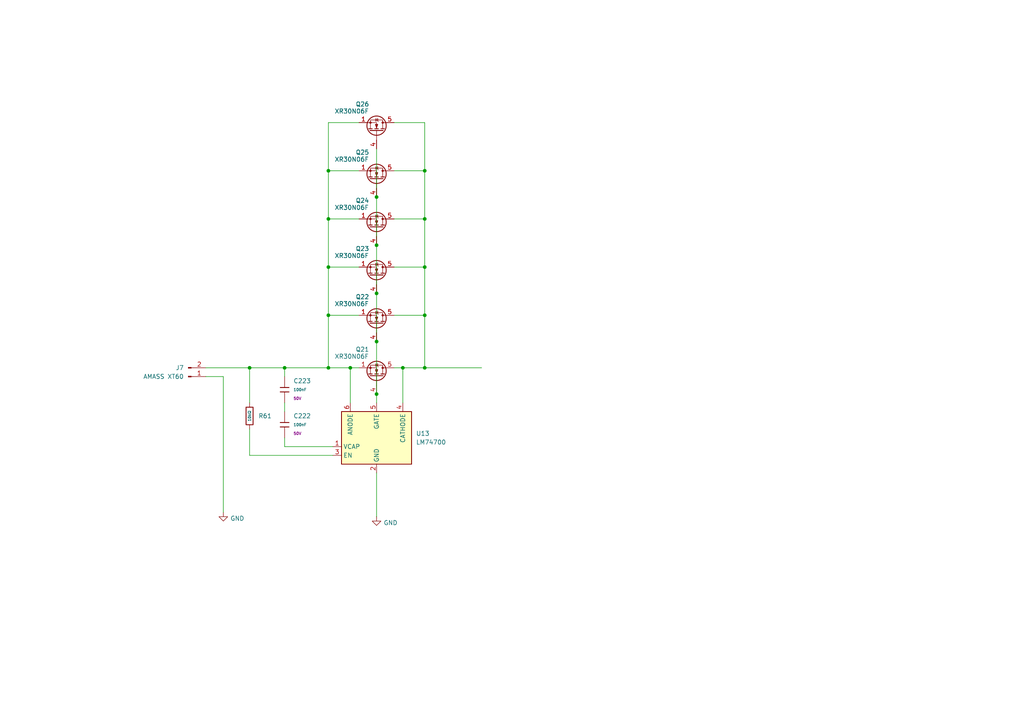
<source format=kicad_sch>
(kicad_sch (version 20250114) (generator "eeschema") (generator_version "9.0")
  (paper "A4")
  (lib_symbols
    (symbol "Connector:Conn_01x02_Pin" (pin_names (offset 1.016) (hide yes))
      (property "Reference" "J" (at 0 2.54 0))
      (property "Value" "Conn_01x02_Pin" (at 0 -5.08 0))
      (symbol "Conn_01x02_Pin_1_1"
        (rectangle (start 0.8636 0.127) (end 0 -0.127) (stroke (width 0.1524)) (fill (type outline)))
        (rectangle (start 0.8636 -2.413) (end 0 -2.667) (stroke (width 0.1524)) (fill (type outline)))
        (polyline (pts (xy 1.27 0) (xy 0.8636 0)) (stroke (width 0.1524)))
        (polyline (pts (xy 1.27 -2.54) (xy 0.8636 -2.54)) (stroke (width 0.1524)))
        (pin passive line (at 5.08 0 180) (length 3.81) (name "Pin_1") (number "1"))
        (pin passive line (at 5.08 -2.54 180) (length 3.81) (name "Pin_2") (number "2"))
      )
    )
    (symbol "PCM_JLCPCB-Capacitors:0402,100nF,(2)" (pin_numbers (hide yes)) (pin_names (offset 0))
      (property "Reference" "C" (at 2.032 1.668 0))
      (property "Value" "100nF" (at 2.032 -0.3782 0))
      (property "Voltage Rated" "50V" (at 2.032 -2.0462 0))
      (symbol "0402,100nF,(2)_0_1"
        (polyline (pts (xy -1.27 0.635) (xy 1.27 0.635)) (stroke (width 0.254)))
        (polyline (pts (xy -1.27 -0.635) (xy 1.27 -0.635)) (stroke (width 0.254)))
      )
      (symbol "0402,100nF,(2)_1_1"
        (pin passive line (at 0 3.81 270) (length 3.175) (name "~") (number "1"))
        (pin passive line (at 0 -3.81 90) (length 3.175) (name "~") (number "2"))
      )
    )
    (symbol "PCM_JLCPCB-Resistors:0402,10kΩ" (pin_numbers (hide yes)) (pin_names (offset 0))
      (property "Reference" "R" (at 1.778 0 0))
      (property "Value" "10kΩ" (at 0 0 90))
      (symbol "0402,10kΩ_0_1"
        (rectangle (start -1.016 2.54) (end 1.016 -2.54) (stroke (width 0.254)))
      )
      (symbol "0402,10kΩ_1_1"
        (pin passive line (at 0 3.81 270) (length 1.27) (name "~") (number "1"))
        (pin passive line (at 0 -3.81 90) (length 1.27) (name "~") (number "2"))
      )
    )
    (symbol "Power_Management:LM74700"
      (property "Reference" "U" (at -9.525 -8.89 0))
      (property "Value" "LM74700" (at 7.62 -8.89 0))
      (symbol "LM74700_0_1"
        (rectangle (start -10.16 7.62) (end 10.16 -7.62) (stroke (width 0.254)) (fill (type background)))
      )
      (symbol "LM74700_1_1"
        (pin passive line (at -12.7 -2.54 0) (length 2.54) (name "VCAP") (number "1"))
        (pin input line (at -12.7 -5.08 0) (length 2.54) (name "EN") (number "3"))
        (pin power_in line (at -7.62 10.16 270) (length 2.54) (name "ANODE") (number "6"))
        (pin output line (at 0 10.16 270) (length 2.54) (name "GATE") (number "5"))
        (pin power_in line (at 0 -10.16 90) (length 2.54) (name "GND") (number "2"))
        (pin input line (at 7.62 10.16 270) (length 2.54) (name "CATHODE") (number "4"))
      )
    )
    (symbol "Transistor_FET:FDMS86150ET100" (pin_names (hide yes))
      (property "Reference" "Q" (at 5.08 1.905 0))
      (property "Value" "FDMS86150ET100" (at 5.08 0 0))
      (symbol "FDMS86150ET100_0_1"
        (polyline (pts (xy 0.254 1.905) (xy 0.254 -1.905)) (stroke (width 0.254)))
        (polyline (pts (xy 0.254 0) (xy -2.54 0)))
        (polyline (pts (xy 0.762 2.286) (xy 0.762 1.27)) (stroke (width 0.254)))
        (polyline (pts (xy 0.762 0.508) (xy 0.762 -0.508)) (stroke (width 0.254)))
        (polyline (pts (xy 0.762 -1.27) (xy 0.762 -2.286)) (stroke (width 0.254)))
        (polyline (pts (xy 0.762 -1.778) (xy 3.302 -1.778) (xy 3.302 1.778) (xy 0.762 1.778)))
        (polyline (pts (xy 1.016 0) (xy 2.032 0.381) (xy 2.032 -0.381) (xy 1.016 0)) (fill (type outline)))
        (circle (center 1.651 0) (radius 2.794) (stroke (width 0.254)))
        (polyline (pts (xy 2.54 2.54) (xy 2.54 1.778)))
        (circle (center 2.54 1.778) (radius 0.254) (fill (type outline)))
        (circle (center 2.54 -1.778) (radius 0.254) (fill (type outline)))
        (polyline (pts (xy 2.54 -2.54) (xy 2.54 0) (xy 0.762 0)))
        (polyline (pts (xy 2.794 0.508) (xy 2.921 0.381) (xy 3.683 0.381) (xy 3.81 0.254)))
        (polyline (pts (xy 3.302 0.381) (xy 2.921 -0.254) (xy 3.683 -0.254) (xy 3.302 0.381)))
      )
      (symbol "FDMS86150ET100_1_1"
        (pin passive line (at -5.08 0 0) (length 2.54) (name "G") (number "4"))
        (pin passive line (at 2.54 5.08 270) (length 2.54) (name "D") (number "5"))
        (pin passive line (at 2.54 -5.08 90) (length 2.54) (name "S") (number "1"))
        (pin passive line (at 2.54 -5.08 90) (length 2.54) (hide yes) (name "S") (number "2"))
        (pin passive line (at 2.54 -5.08 90) (length 2.54) (hide yes) (name "S") (number "3"))
      )
    )
    (symbol "power:GND" (power) (pin_numbers (hide yes)) (pin_names (offset 0) (hide yes))
      (property "Value" "GND" (at 0 -3.81 0))
      (symbol "GND_0_1"
        (polyline (pts (xy 0 0) (xy 0 -1.27) (xy 1.27 -1.27) (xy 0 -2.54) (xy -1.27 -1.27) (xy 0 -1.27)))
      )
      (symbol "GND_1_1"
        (pin power_in line (at 0 0 270) (length 0) (name "~") (number "1"))
      )
    )
  )
  (junction (at 95.25 77.47))
  (junction (at 123.19 91.44))
  (junction (at 95.25 49.53))
  (junction (at 101.6 106.68))
  (junction (at 95.25 106.68))
  (junction (at 123.19 106.68))
  (junction (at 109.22 57.15))
  (junction (at 109.22 114.3))
  (junction (at 109.22 99.06))
  (junction (at 95.25 91.44))
  (junction (at 72.39 106.68))
  (junction (at 109.22 85.09))
  (junction (at 116.84 106.68))
  (junction (at 123.19 49.53))
  (junction (at 123.19 63.5))
  (junction (at 123.19 77.47))
  (junction (at 82.55 106.68))
  (junction (at 95.25 63.5))
  (junction (at 109.22 71.12))
  (wire (pts (xy 95.25 91.44) (xy 95.25 106.68)))
  (wire (pts (xy 95.25 35.56) (xy 95.25 49.53)))
  (wire (pts (xy 114.3 49.53) (xy 123.19 49.53)))
  (wire (pts (xy 104.14 35.56) (xy 95.25 35.56)))
  (wire (pts (xy 109.22 114.3) (xy 109.22 116.84)))
  (wire (pts (xy 95.25 77.47) (xy 95.25 91.44)))
  (wire (pts (xy 123.19 77.47) (xy 123.19 91.44)))
  (wire (pts (xy 82.55 106.68) (xy 95.25 106.68)))
  (wire (pts (xy 123.19 91.44) (xy 123.19 106.68)))
  (wire (pts (xy 82.55 116.84) (xy 82.55 119.38)))
  (wire (pts (xy 101.6 106.68) (xy 104.14 106.68)))
  (wire (pts (xy 123.19 49.53) (xy 123.19 63.5)))
  (wire (pts (xy 72.39 106.68) (xy 82.55 106.68)))
  (wire (pts (xy 109.22 137.16) (xy 109.22 149.86)))
  (wire (pts (xy 109.22 43.18) (xy 109.22 57.15)))
  (wire (pts (xy 123.19 91.44) (xy 114.3 91.44)))
  (wire (pts (xy 116.84 106.68) (xy 123.19 106.68)))
  (wire (pts (xy 72.39 106.68) (xy 72.39 116.84)))
  (wire (pts (xy 95.25 63.5) (xy 104.14 63.5)))
  (wire (pts (xy 116.84 116.84) (xy 116.84 106.68)))
  (wire (pts (xy 64.77 109.22) (xy 64.77 148.59)))
  (wire (pts (xy 114.3 63.5) (xy 123.19 63.5)))
  (wire (pts (xy 82.55 127) (xy 82.55 129.54)))
  (wire (pts (xy 123.19 35.56) (xy 123.19 49.53)))
  (wire (pts (xy 59.69 109.22) (xy 64.77 109.22)))
  (wire (pts (xy 72.39 124.46) (xy 72.39 132.08)))
  (wire (pts (xy 95.25 106.68) (xy 101.6 106.68)))
  (wire (pts (xy 116.84 106.68) (xy 114.3 106.68)))
  (wire (pts (xy 96.52 129.54) (xy 82.55 129.54)))
  (wire (pts (xy 95.25 77.47) (xy 104.14 77.47)))
  (wire (pts (xy 114.3 35.56) (xy 123.19 35.56)))
  (wire (pts (xy 95.25 49.53) (xy 104.14 49.53)))
  (wire (pts (xy 95.25 63.5) (xy 95.25 77.47)))
  (wire (pts (xy 114.3 77.47) (xy 123.19 77.47)))
  (wire (pts (xy 109.22 71.12) (xy 109.22 85.09)))
  (wire (pts (xy 82.55 106.68) (xy 82.55 109.22)))
  (wire (pts (xy 109.22 85.09) (xy 109.22 99.06)))
  (wire (pts (xy 109.22 99.06) (xy 109.22 114.3)))
  (wire (pts (xy 123.19 63.5) (xy 123.19 77.47)))
  (wire (pts (xy 72.39 132.08) (xy 96.52 132.08)))
  (wire (pts (xy 109.22 57.15) (xy 109.22 71.12)))
  (wire (pts (xy 101.6 106.68) (xy 101.6 116.84)))
  (wire (pts (xy 95.25 91.44) (xy 104.14 91.44)))
  (wire (pts (xy 95.25 49.53) (xy 95.25 63.5)))
  (wire (pts (xy 59.69 106.68) (xy 72.39 106.68)))
  (wire (pts (xy 123.19 106.68) (xy 139.7 106.68)))
  (symbol (lib_id "PCM_JLCPCB-Capacitors:0402,100nF,(2)") (at 82.55 113.03 0) (unit 1)
    (property "Reference" "C223" (at 85.09 110.4899 0) (effects (justify left)))
    (property "Value" "100nF" (at 85.09 113.03 0) (effects (font (size 0.8 0.8)) (justify left)))
    (property "Footprint" "PCM_JLCPCB:C_0402" (effects (hide yes)))
    (property "Datasheet" "https://www.lcsc.com/datasheet/lcsc_datasheet_2304140030_Samsung-Electro-Mechanics-CL05B104KB54PNC_C307331.pdf" (effects (hide yes)))
    (property "Description" "50V 100nF X7R ±10% 0402 Multilayer Ceramic Capacitors MLCC - SMD/SMT ROHS" (effects (hide yes)))
    (property "LCSC" "C307331" (effects (hide yes)))
    (property "Stock" "5475927" (effects (hide yes)))
    (property "Price" "0.008USD" (effects (hide yes)))
    (property "Process" "SMT" (effects (hide yes)))
    (property "Minimum Qty" "20" (effects (hide yes)))
    (property "Attrition Qty" "10" (effects (hide yes)))
    (property "Class" "Basic Component" (effects (hide yes)))
    (property "Category" "Capacitors,Multilayer Ceramic Capacitors MLCC - SMD/SMT" (effects (hide yes)))
    (property "Manufacturer" "Samsung Electro-Mechanics" (effects (hide yes)))
    (property "Part" "CL05B104KB54PNC" (effects (hide yes)))
    (property "Voltage Rated" "50V" (at 85.09 115.57 0) (effects (font (size 0.8 0.8)) (justify left)))
    (property "Tolerance" "±10%" (effects (hide yes)))
    (property "Capacitance" "100nF" (effects (hide yes)))
    (property "Temperature Coefficient" "X7R" (effects (hide yes)))
  )
  (symbol (lib_id "Transistor_FET:FDMS86150ET100") (at 109.22 109.22 270) (mirror x) (unit 1)
    (property "Reference" "Q21" (at 103.124 101.346 90) (effects (justify left)))
    (property "Value" "XR30N06F" (at 97.028 103.378 90) (effects (justify left)))
    (property "Footprint" "Package_TO_SOT_SMD:TDSON-8-1" (effects (hide yes)))
    (property "Datasheet" "https://www.mouser.fr/datasheet/2/308/FDMS86150ET100-D-1807744.pdf" (effects (hide yes)))
    (property "Description" "16A Id, 100V Vds, N-Channel PowerTrench MOSFET, 4.85mOhm Ron, 62nC Qgmax, -55 to 175 °C, 5x6mm SON8" (effects (hide yes)))
  )
  (symbol (lib_id "power:GND") (at 64.77 148.59 0) (unit 1)
    (property "Reference" "#PWR0140" (effects (hide yes)))
    (property "Value" "GND" (at 68.834 150.368 0))
    (property "Description" "Power symbol creates a global label with name \"GND\" , ground" (effects (hide yes)))
  )
  (symbol (lib_id "Connector:Conn_01x02_Pin") (at 54.61 109.22 0) (mirror x) (unit 1)
    (property "Reference" "J7" (at 53.34 106.6799 0) (effects (justify right)))
    (property "Value" "AMASS XT60" (at 53.34 109.2199 0) (effects (justify right)))
    (property "Footprint" "Connector_AMASS:AMASS_XT60PW-M_1x02_P7.20mm_Horizontal" (effects (hide yes)))
    (property "Description" "Generic connector, single row, 01x02, script generated" (effects (hide yes)))
  )
  (symbol (lib_id "Transistor_FET:FDMS86150ET100") (at 109.22 66.04 270) (mirror x) (unit 1)
    (property "Reference" "Q24" (at 103.124 58.166 90) (effects (justify left)))
    (property "Value" "XR30N06F" (at 97.028 60.198 90) (effects (justify left)))
    (property "Footprint" "Package_TO_SOT_SMD:TDSON-8-1" (effects (hide yes)))
    (property "Datasheet" "https://www.mouser.fr/datasheet/2/308/FDMS86150ET100-D-1807744.pdf" (effects (hide yes)))
    (property "Description" "16A Id, 100V Vds, N-Channel PowerTrench MOSFET, 4.85mOhm Ron, 62nC Qgmax, -55 to 175 °C, 5x6mm SON8" (effects (hide yes)))
  )
  (symbol (lib_id "Transistor_FET:FDMS86150ET100") (at 109.22 38.1 270) (mirror x) (unit 1)
    (property "Reference" "Q26" (at 103.124 30.226 90) (effects (justify left)))
    (property "Value" "XR30N06F" (at 97.028 32.258 90) (effects (justify left)))
    (property "Footprint" "Package_TO_SOT_SMD:TDSON-8-1" (effects (hide yes)))
    (property "Datasheet" "https://www.mouser.fr/datasheet/2/308/FDMS86150ET100-D-1807744.pdf" (effects (hide yes)))
    (property "Description" "16A Id, 100V Vds, N-Channel PowerTrench MOSFET, 4.85mOhm Ron, 62nC Qgmax, -55 to 175 °C, 5x6mm SON8" (effects (hide yes)))
  )
  (symbol (lib_id "power:GND") (at 109.22 149.86 0) (unit 1)
    (property "Reference" "#PWR0139" (effects (hide yes)))
    (property "Value" "GND" (at 113.284 151.638 0))
    (property "Description" "Power symbol creates a global label with name \"GND\" , ground" (effects (hide yes)))
  )
  (symbol (lib_id "PCM_JLCPCB-Capacitors:0402,100nF,(2)") (at 82.55 123.19 0) (unit 1)
    (property "Reference" "C222" (at 85.09 120.6499 0) (effects (justify left)))
    (property "Value" "100nF" (at 85.09 123.19 0) (effects (font (size 0.8 0.8)) (justify left)))
    (property "Footprint" "PCM_JLCPCB:C_0402" (effects (hide yes)))
    (property "Datasheet" "https://www.lcsc.com/datasheet/lcsc_datasheet_2304140030_Samsung-Electro-Mechanics-CL05B104KB54PNC_C307331.pdf" (effects (hide yes)))
    (property "Description" "50V 100nF X7R ±10% 0402 Multilayer Ceramic Capacitors MLCC - SMD/SMT ROHS" (effects (hide yes)))
    (property "LCSC" "C307331" (effects (hide yes)))
    (property "Stock" "5475927" (effects (hide yes)))
    (property "Price" "0.008USD" (effects (hide yes)))
    (property "Process" "SMT" (effects (hide yes)))
    (property "Minimum Qty" "20" (effects (hide yes)))
    (property "Attrition Qty" "10" (effects (hide yes)))
    (property "Class" "Basic Component" (effects (hide yes)))
    (property "Category" "Capacitors,Multilayer Ceramic Capacitors MLCC - SMD/SMT" (effects (hide yes)))
    (property "Manufacturer" "Samsung Electro-Mechanics" (effects (hide yes)))
    (property "Part" "CL05B104KB54PNC" (effects (hide yes)))
    (property "Voltage Rated" "50V" (at 85.09 125.73 0) (effects (font (size 0.8 0.8)) (justify left)))
    (property "Tolerance" "±10%" (effects (hide yes)))
    (property "Capacitance" "100nF" (effects (hide yes)))
    (property "Temperature Coefficient" "X7R" (effects (hide yes)))
  )
  (symbol (lib_id "Transistor_FET:FDMS86150ET100") (at 109.22 52.07 270) (mirror x) (unit 1)
    (property "Reference" "Q25" (at 103.124 44.196 90) (effects (justify left)))
    (property "Value" "XR30N06F" (at 97.028 46.228 90) (effects (justify left)))
    (property "Footprint" "Package_TO_SOT_SMD:TDSON-8-1" (effects (hide yes)))
    (property "Datasheet" "https://www.mouser.fr/datasheet/2/308/FDMS86150ET100-D-1807744.pdf" (effects (hide yes)))
    (property "Description" "16A Id, 100V Vds, N-Channel PowerTrench MOSFET, 4.85mOhm Ron, 62nC Qgmax, -55 to 175 °C, 5x6mm SON8" (effects (hide yes)))
  )
  (symbol (lib_id "PCM_JLCPCB-Resistors:0402,10kΩ") (at 72.39 120.65 0) (unit 1)
    (property "Reference" "R61" (at 74.93 120.65 0) (effects (justify left)))
    (property "Value" "10kΩ" (at 72.39 120.65 90) (effects (font (size 0.8 0.8))))
    (property "Footprint" "PCM_JLCPCB:R_0402" (effects (hide yes)))
    (property "Datasheet" "https://www.lcsc.com/datasheet/lcsc_datasheet_2411221126_UNI-ROYAL-Uniroyal-Elec-0402WGF1002TCE_C25744.pdf" (effects (hide yes)))
    (property "Description" "62.5mW Thick Film Resistors 50V ±100ppm/°C ±1% 10kΩ 0402 Chip Resistor - Surface Mount ROHS" (effects (hide yes)))
    (property "LCSC" "C25744" (effects (hide yes)))
    (property "Stock" "13746052" (effects (hide yes)))
    (property "Price" "0.004USD" (effects (hide yes)))
    (property "Process" "SMT" (effects (hide yes)))
    (property "Minimum Qty" "5" (effects (hide yes)))
    (property "Attrition Qty" "0" (effects (hide yes)))
    (property "Class" "Basic Component" (effects (hide yes)))
    (property "Category" "Resistors,Chip Resistor - Surface Mount" (effects (hide yes)))
    (property "Manufacturer" "UNI-ROYAL(Uniroyal Elec)" (effects (hide yes)))
    (property "Part" "0402WGF1002TCE" (effects (hide yes)))
    (property "Resistance" "10kΩ" (effects (hide yes)))
    (property "Power(Watts)" "62.5mW" (effects (hide yes)))
    (property "Type" "Thick Film Resistors" (effects (hide yes)))
    (property "Overload Voltage (Max)" "50V" (effects (hide yes)))
    (property "Operating Temperature Range" "-55°C~+155°C" (effects (hide yes)))
    (property "Tolerance" "±1%" (effects (hide yes)))
    (property "Temperature Coefficient" "±100ppm/°C" (effects (hide yes)))
  )
  (symbol (lib_id "Transistor_FET:FDMS86150ET100") (at 109.22 80.01 270) (mirror x) (unit 1)
    (property "Reference" "Q23" (at 103.124 72.136 90) (effects (justify left)))
    (property "Value" "XR30N06F" (at 97.028 74.168 90) (effects (justify left)))
    (property "Footprint" "Package_TO_SOT_SMD:TDSON-8-1" (effects (hide yes)))
    (property "Datasheet" "https://www.mouser.fr/datasheet/2/308/FDMS86150ET100-D-1807744.pdf" (effects (hide yes)))
    (property "Description" "16A Id, 100V Vds, N-Channel PowerTrench MOSFET, 4.85mOhm Ron, 62nC Qgmax, -55 to 175 °C, 5x6mm SON8" (effects (hide yes)))
  )
  (symbol (lib_id "Transistor_FET:FDMS86150ET100") (at 109.22 93.98 270) (mirror x) (unit 1)
    (property "Reference" "Q22" (at 103.124 86.106 90) (effects (justify left)))
    (property "Value" "XR30N06F" (at 97.028 88.138 90) (effects (justify left)))
    (property "Footprint" "Package_TO_SOT_SMD:TDSON-8-1" (effects (hide yes)))
    (property "Datasheet" "https://www.mouser.fr/datasheet/2/308/FDMS86150ET100-D-1807744.pdf" (effects (hide yes)))
    (property "Description" "16A Id, 100V Vds, N-Channel PowerTrench MOSFET, 4.85mOhm Ron, 62nC Qgmax, -55 to 175 °C, 5x6mm SON8" (effects (hide yes)))
  )
  (symbol (lib_id "Power_Management:LM74700") (at 109.22 127 0) (unit 1)
    (property "Reference" "U13" (at 120.65 125.73 0) (effects (justify left)))
    (property "Value" "LM74700" (at 120.65 128.27 0) (effects (justify left)))
    (property "Footprint" "Package_TO_SOT_SMD:SOT-23-6" (effects (hide yes)))
    (property "Datasheet" "http://www.ti.com/lit/gpn/LM74700-Q1" (effects (hide yes)))
    (property "Description" "Low Iq reverse battery protection ideal diode controller, SOT-23-6" (effects (hide yes)))
  )
)
</source>
